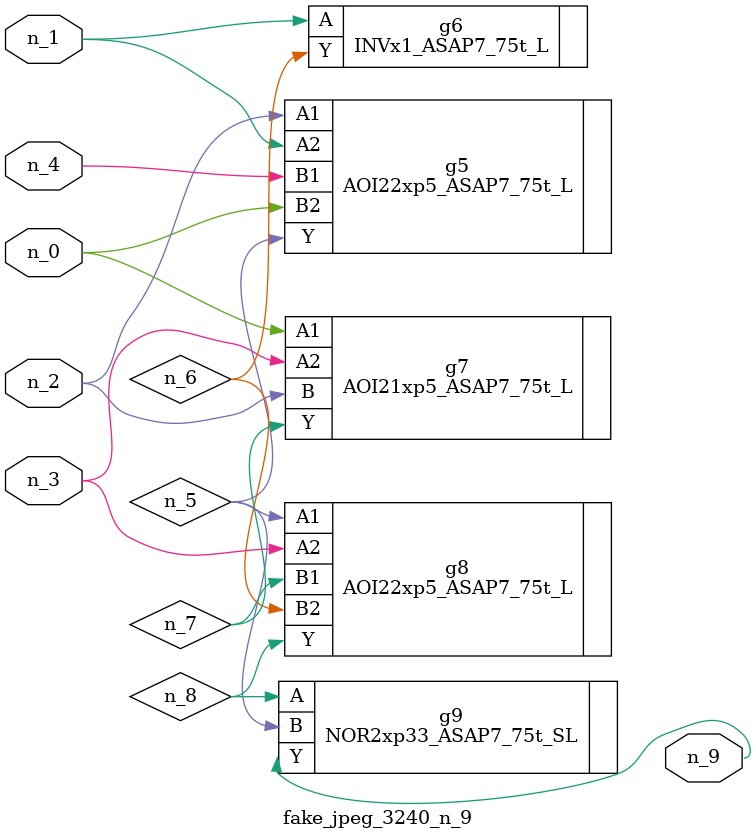
<source format=v>
module fake_jpeg_3240_n_9 (n_3, n_2, n_1, n_0, n_4, n_9);

input n_3;
input n_2;
input n_1;
input n_0;
input n_4;

output n_9;

wire n_8;
wire n_6;
wire n_5;
wire n_7;

AOI22xp5_ASAP7_75t_L g5 ( 
.A1(n_2),
.A2(n_1),
.B1(n_4),
.B2(n_0),
.Y(n_5)
);

INVx1_ASAP7_75t_L g6 ( 
.A(n_1),
.Y(n_6)
);

AOI21xp5_ASAP7_75t_L g7 ( 
.A1(n_0),
.A2(n_3),
.B(n_2),
.Y(n_7)
);

AOI22xp5_ASAP7_75t_L g8 ( 
.A1(n_5),
.A2(n_3),
.B1(n_7),
.B2(n_6),
.Y(n_8)
);

NOR2xp33_ASAP7_75t_SL g9 ( 
.A(n_8),
.B(n_5),
.Y(n_9)
);


endmodule
</source>
